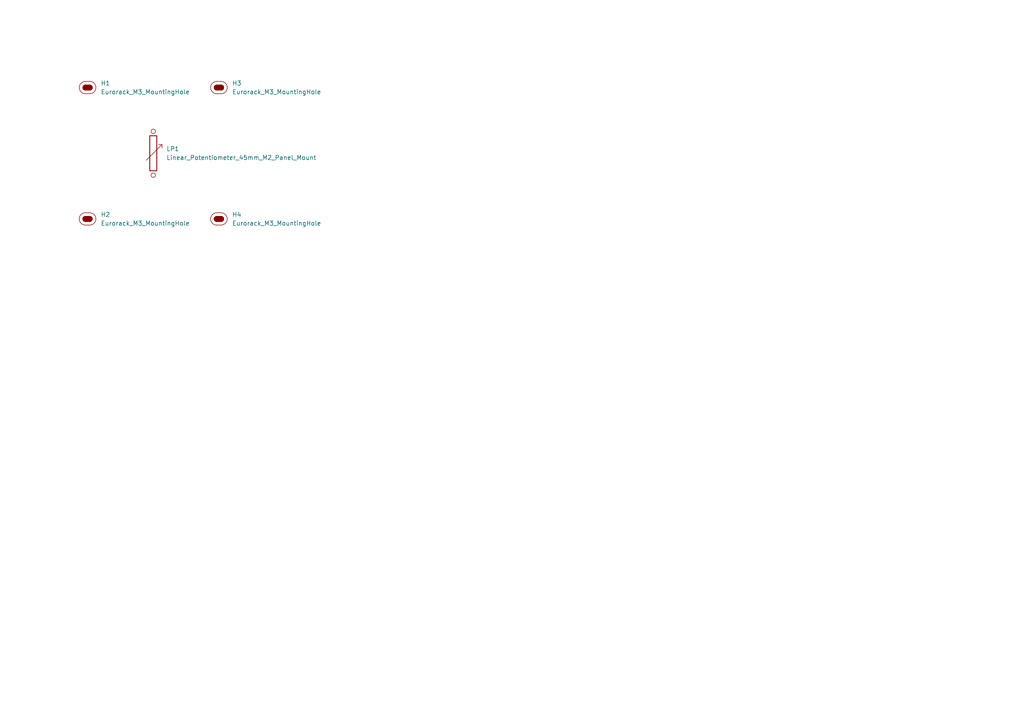
<source format=kicad_sch>
(kicad_sch (version 20250114) (generator "eeschema") (generator_version "9.0")
  (paper "A4")
  (lib_symbols
    (symbol "EXC:Eurorack_M3_MountingHole" (pin_names (offset 1.016))
      (property "Reference" "H" (at 0 5.08 0))
      (property "Value" "Eurorack_M3_MountingHole" (at 0 3.175 0))
      (symbol "Eurorack_M3_MountingHole_0_1"
        (polyline (pts (xy -0.635 0.762) (xy 0.635 0.762)))
        (circle (center -0.635 0) (radius 0.762) (fill (type outline)))
        (arc (start -0.635 -0.762) (mid -1.397 0) (end -0.635 0.762))
        (arc (start -0.635 -1.778) (mid -2.413 0) (end -0.635 1.778))
        (polyline (pts (xy -0.635 -0.762) (xy 0.635 -0.762)))
        (polyline (pts (xy -0.635 -1.778) (xy 0.635 -1.778)))
        (circle (center 0 0) (radius 0.762) (fill (type outline)))
        (polyline (pts (xy 0.635 1.778) (xy -0.635 1.778)))
        (arc (start 0.6141 1.778) (mid 2.4131 0) (end 0.6141 -1.778))
        (arc (start 0.6227 0.762) (mid 1.3971 0) (end 0.6227 -0.762))
        (circle (center 0.635 0) (radius 0.762) (fill (type outline)))
      )
    )
    (symbol "EXC:Linear_Potentiometer_45mm_M2_Panel_Mount" (pin_numbers (hide yes)) (pin_names (offset 0))
      (property "Reference" "LP" (at 0 8.128 0))
      (property "Value" "Linear_Potentiometer_45mm_M2_Panel_Mount" (at 0.254 -8.636 0))
      (symbol "Linear_Potentiometer_45mm_M2_Panel_Mount_0_1"
        (rectangle (start -1.016 5.08) (end 1.016 -5.08) (stroke (width 0.254)))
        (circle (center 0 6.35) (radius 0.635))
        (circle (center 0 -6.35) (radius 0.635))
        (polyline (pts (xy 2.54 1.524) (xy 2.54 2.54) (xy 1.524 2.54) (xy 2.54 2.54) (xy -2.032 -2.032)))
      )
    )
  )
  (symbol (lib_id "EXC:Linear_Potentiometer_45mm_M2_Panel_Mount") (at 44.45 44.45 0) (unit 1)
    (property "Reference" "LP1" (at 48.26 43.1799 0) (effects (justify left)))
    (property "Value" "Linear_Potentiometer_45mm_M2_Panel_Mount" (at 48.26 45.7199 0) (effects (justify left)))
    (property "Footprint" "EXC:Linear_Potentiometer_45mm_M2_Panel_Mount" (effects (hide yes)))
    (property "Datasheet" "https://cdn-shop.adafruit.com/product-files/4272/P4272+C13403-001+Data+Sheet+.pdf" (effects (hide yes)))
    (property "Description" "Slide Potentiometer with Knob - 45mm Long - 10KΩ. Panel-mounted with 2x M2 screws, 41mm apart." (effects (hide yes)))
    (property "Source" "https://www.adafruit.com/product/4272" (effects (hide yes)))
  )
  (symbol (lib_id "EXC:Eurorack_M3_MountingHole") (at 63.5 63.5 0) (unit 1)
    (property "Reference" "H4" (at 67.31 62.2299 0) (effects (justify left)))
    (property "Value" "Eurorack_M3_MountingHole" (at 67.31 64.7699 0) (effects (justify left)))
    (property "Footprint" "EXC:MountingHole_3.2mm_M3" (effects (hide yes)))
    (property "Description" "Mounting Hole without connection" (effects (hide yes)))
  )
  (symbol (lib_id "EXC:Eurorack_M3_MountingHole") (at 25.4 25.4 0) (unit 1)
    (property "Reference" "H1" (at 29.21 24.1299 0) (effects (justify left)))
    (property "Value" "Eurorack_M3_MountingHole" (at 29.21 26.6699 0) (effects (justify left)))
    (property "Footprint" "EXC:MountingHole_3.2mm_M3" (effects (hide yes)))
    (property "Description" "Mounting Hole without connection" (effects (hide yes)))
  )
  (symbol (lib_id "EXC:Eurorack_M3_MountingHole") (at 25.4 63.5 0) (unit 1)
    (property "Reference" "H2" (at 29.21 62.2299 0) (effects (justify left)))
    (property "Value" "Eurorack_M3_MountingHole" (at 29.21 64.7699 0) (effects (justify left)))
    (property "Footprint" "EXC:MountingHole_3.2mm_M3" (effects (hide yes)))
    (property "Description" "Mounting Hole without connection" (effects (hide yes)))
  )
  (symbol (lib_id "EXC:Eurorack_M3_MountingHole") (at 63.5 25.4 0) (unit 1)
    (property "Reference" "H3" (at 67.31 24.1299 0) (effects (justify left)))
    (property "Value" "Eurorack_M3_MountingHole" (at 67.31 26.6699 0) (effects (justify left)))
    (property "Footprint" "EXC:MountingHole_3.2mm_M3" (effects (hide yes)))
    (property "Description" "Mounting Hole without connection" (effects (hide yes)))
  )
)
</source>
